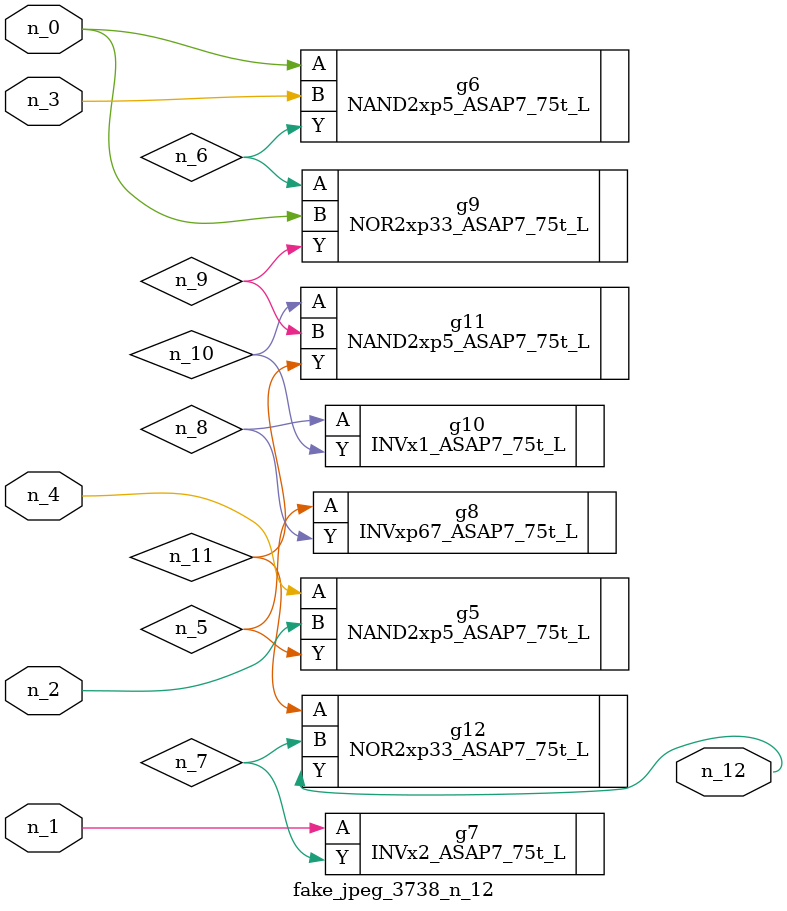
<source format=v>
module fake_jpeg_3738_n_12 (n_3, n_2, n_1, n_0, n_4, n_12);

input n_3;
input n_2;
input n_1;
input n_0;
input n_4;

output n_12;

wire n_11;
wire n_10;
wire n_8;
wire n_9;
wire n_6;
wire n_5;
wire n_7;

NAND2xp5_ASAP7_75t_L g5 ( 
.A(n_4),
.B(n_2),
.Y(n_5)
);

NAND2xp5_ASAP7_75t_L g6 ( 
.A(n_0),
.B(n_3),
.Y(n_6)
);

INVx2_ASAP7_75t_L g7 ( 
.A(n_1),
.Y(n_7)
);

INVxp67_ASAP7_75t_L g8 ( 
.A(n_5),
.Y(n_8)
);

INVx1_ASAP7_75t_L g10 ( 
.A(n_8),
.Y(n_10)
);

NOR2xp33_ASAP7_75t_L g9 ( 
.A(n_6),
.B(n_0),
.Y(n_9)
);

NAND2xp5_ASAP7_75t_L g11 ( 
.A(n_10),
.B(n_9),
.Y(n_11)
);

NOR2xp33_ASAP7_75t_L g12 ( 
.A(n_11),
.B(n_7),
.Y(n_12)
);


endmodule
</source>
